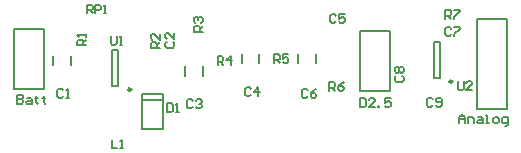
<source format=gto>
G04 Layer_Color=65535*
%FSLAX25Y25*%
%MOIN*%
G70*
G01*
G75*
%ADD26C,0.00984*%
%ADD27C,0.00787*%
%ADD28C,0.00500*%
%ADD29C,0.00591*%
D26*
X150197Y25394D02*
G03*
X150197Y25394I-492J0D01*
G01*
X43110Y22736D02*
G03*
X43110Y22736I-492J0D01*
G01*
D27*
X13957Y22756D02*
Y42756D01*
X3957D02*
X13957D01*
X3957Y22756D02*
Y42756D01*
Y22756D02*
X13957D01*
X119311Y22264D02*
X129311D01*
X119311D02*
Y42264D01*
X129311D01*
Y22264D02*
Y42264D01*
X158583Y16201D02*
X168583D01*
X158583D02*
Y46201D01*
X168583D01*
Y16201D02*
Y46201D01*
X143996Y26575D02*
X145965D01*
X143996Y38386D02*
X145965D01*
Y26575D02*
Y38386D01*
X143996Y26575D02*
Y38386D01*
X85925Y31496D02*
Y34646D01*
X80020Y31496D02*
Y34646D01*
X66929Y27362D02*
Y30512D01*
X61024Y27362D02*
Y30512D01*
X22933Y30807D02*
Y33957D01*
X17028Y30807D02*
Y33957D01*
X36909Y23819D02*
Y36024D01*
X38878Y23819D02*
Y36024D01*
X36909D02*
X38878D01*
X36909Y23819D02*
X38878D01*
X104823Y31496D02*
Y34646D01*
X98917Y31496D02*
Y34646D01*
D28*
X46795Y21154D02*
X53795D01*
X46795Y9554D02*
Y21154D01*
Y9554D02*
X53795D01*
X46795Y19354D02*
X53795D01*
Y9554D02*
Y21154D01*
D29*
X111417Y47342D02*
X110925Y47834D01*
X109941D01*
X109449Y47342D01*
Y45374D01*
X109941Y44882D01*
X110925D01*
X111417Y45374D01*
X114368Y47834D02*
X112401D01*
Y46358D01*
X113385Y46850D01*
X113876D01*
X114368Y46358D01*
Y45374D01*
X113876Y44882D01*
X112893D01*
X112401Y45374D01*
X5118Y20964D02*
Y18012D01*
X6594D01*
X7086Y18504D01*
Y18996D01*
X6594Y19488D01*
X5118D01*
X6594D01*
X7086Y19980D01*
Y20472D01*
X6594Y20964D01*
X5118D01*
X8562Y19980D02*
X9546D01*
X10038Y19488D01*
Y18012D01*
X8562D01*
X8070Y18504D01*
X8562Y18996D01*
X10038D01*
X11514Y20472D02*
Y19980D01*
X11022D01*
X12006D01*
X11514D01*
Y18504D01*
X12006Y18012D01*
X13973Y20472D02*
Y19980D01*
X13482D01*
X14466D01*
X13973D01*
Y18504D01*
X14466Y18012D01*
X119390Y19782D02*
Y16831D01*
X120866D01*
X121358Y17323D01*
Y19290D01*
X120866Y19782D01*
X119390D01*
X124309Y16831D02*
X122342D01*
X124309Y18799D01*
Y19290D01*
X123818Y19782D01*
X122834D01*
X122342Y19290D01*
X125293Y16831D02*
Y17323D01*
X125785D01*
Y16831D01*
X125293D01*
X129721Y19782D02*
X127753D01*
Y18307D01*
X128737Y18799D01*
X129229D01*
X129721Y18307D01*
Y17323D01*
X129229Y16831D01*
X128245D01*
X127753Y17323D01*
X152461Y11417D02*
Y13385D01*
X153445Y14369D01*
X154429Y13385D01*
Y11417D01*
Y12893D01*
X152461D01*
X155412Y11417D02*
Y13385D01*
X156888D01*
X157380Y12893D01*
Y11417D01*
X158856Y13385D02*
X159840D01*
X160332Y12893D01*
Y11417D01*
X158856D01*
X158364Y11909D01*
X158856Y12401D01*
X160332D01*
X161316Y11417D02*
X162300D01*
X161808D01*
Y14369D01*
X161316D01*
X164268Y11417D02*
X165252D01*
X165744Y11909D01*
Y12893D01*
X165252Y13385D01*
X164268D01*
X163776Y12893D01*
Y11909D01*
X164268Y11417D01*
X167712Y10433D02*
X168204D01*
X168696Y10925D01*
Y13385D01*
X167220D01*
X166728Y12893D01*
Y11909D01*
X167220Y11417D01*
X168696D01*
X109153Y22244D02*
Y25196D01*
X110629D01*
X111121Y24704D01*
Y23720D01*
X110629Y23228D01*
X109153D01*
X110137D02*
X111121Y22244D01*
X114073Y25196D02*
X113089Y24704D01*
X112105Y23720D01*
Y22736D01*
X112597Y22244D01*
X113581D01*
X114073Y22736D01*
Y23228D01*
X113581Y23720D01*
X112105D01*
X71949Y30906D02*
Y33857D01*
X73425D01*
X73917Y33365D01*
Y32381D01*
X73425Y31890D01*
X71949D01*
X72933D02*
X73917Y30906D01*
X76376D02*
Y33857D01*
X74901Y32381D01*
X76868D01*
X66929Y42028D02*
X63977D01*
Y43503D01*
X64469Y43995D01*
X65453D01*
X65945Y43503D01*
Y42028D01*
Y43012D02*
X66929Y43995D01*
X64469Y44979D02*
X63977Y45471D01*
Y46455D01*
X64469Y46947D01*
X64961D01*
X65453Y46455D01*
Y45963D01*
Y46455D01*
X65945Y46947D01*
X66437D01*
X66929Y46455D01*
Y45471D01*
X66437Y44979D01*
X101968Y22440D02*
X101476Y22932D01*
X100492D01*
X100000Y22440D01*
Y20472D01*
X100492Y19980D01*
X101476D01*
X101968Y20472D01*
X104920Y22932D02*
X103936Y22440D01*
X102952Y21456D01*
Y20472D01*
X103444Y19980D01*
X104428D01*
X104920Y20472D01*
Y20964D01*
X104428Y21456D01*
X102952D01*
X55020Y38582D02*
X54528Y38090D01*
Y37106D01*
X55020Y36614D01*
X56988D01*
X57480Y37106D01*
Y38090D01*
X56988Y38582D01*
X57480Y41534D02*
Y39566D01*
X55512Y41534D01*
X55020D01*
X54528Y41042D01*
Y40058D01*
X55020Y39566D01*
X151969Y25393D02*
Y22933D01*
X152461Y22441D01*
X153444D01*
X153936Y22933D01*
Y25393D01*
X156888Y22441D02*
X154920D01*
X156888Y24409D01*
Y24901D01*
X156396Y25393D01*
X155412D01*
X154920Y24901D01*
X147835Y46358D02*
Y49310D01*
X149311D01*
X149802Y48818D01*
Y47834D01*
X149311Y47342D01*
X147835D01*
X148819D02*
X149802Y46358D01*
X150786Y49310D02*
X152754D01*
Y48818D01*
X150786Y46850D01*
Y46358D01*
X90650Y31496D02*
Y34448D01*
X92125D01*
X92617Y33956D01*
Y32972D01*
X92125Y32480D01*
X90650D01*
X91633D02*
X92617Y31496D01*
X95569Y34448D02*
X93601D01*
Y32972D01*
X94585Y33464D01*
X95077D01*
X95569Y32972D01*
Y31988D01*
X95077Y31496D01*
X94093D01*
X93601Y31988D01*
X143700Y19487D02*
X143208Y19979D01*
X142224D01*
X141732Y19487D01*
Y17519D01*
X142224Y17028D01*
X143208D01*
X143700Y17519D01*
X144684D02*
X145176Y17028D01*
X146160D01*
X146652Y17519D01*
Y19487D01*
X146160Y19979D01*
X145176D01*
X144684Y19487D01*
Y18995D01*
X145176Y18504D01*
X146652D01*
X83070Y22932D02*
X82578Y23424D01*
X81594D01*
X81102Y22932D01*
Y20964D01*
X81594Y20472D01*
X82578D01*
X83070Y20964D01*
X85530Y20472D02*
Y23424D01*
X84054Y21948D01*
X86022D01*
X63680Y18897D02*
X63188Y19389D01*
X62205D01*
X61713Y18897D01*
Y16929D01*
X62205Y16437D01*
X63188D01*
X63680Y16929D01*
X64664Y18897D02*
X65156Y19389D01*
X66140D01*
X66632Y18897D01*
Y18405D01*
X66140Y17913D01*
X65648D01*
X66140D01*
X66632Y17421D01*
Y16929D01*
X66140Y16437D01*
X65156D01*
X64664Y16929D01*
X20472Y22440D02*
X19980Y22932D01*
X18996D01*
X18504Y22440D01*
Y20472D01*
X18996Y19980D01*
X19980D01*
X20472Y20472D01*
X21456Y19980D02*
X22440D01*
X21948D01*
Y22932D01*
X21456Y22440D01*
X36319Y40649D02*
Y38189D01*
X36811Y37697D01*
X37795D01*
X38287Y38189D01*
Y40649D01*
X39271Y37697D02*
X40255D01*
X39763D01*
Y40649D01*
X39271Y40157D01*
X52658Y36417D02*
X49706D01*
Y37893D01*
X50198Y38385D01*
X51182D01*
X51674Y37893D01*
Y36417D01*
Y37401D02*
X52658Y38385D01*
Y41337D02*
Y39369D01*
X50690Y41337D01*
X50198D01*
X49706Y40845D01*
Y39861D01*
X50198Y39369D01*
X149802Y43011D02*
X149311Y43503D01*
X148327D01*
X147835Y43011D01*
Y41043D01*
X148327Y40551D01*
X149311D01*
X149802Y41043D01*
X150786Y43503D02*
X152754D01*
Y43011D01*
X150786Y41043D01*
Y40551D01*
X131497Y27263D02*
X131005Y26771D01*
Y25787D01*
X131497Y25295D01*
X133465D01*
X133957Y25787D01*
Y26771D01*
X133465Y27263D01*
X131497Y28247D02*
X131005Y28739D01*
Y29723D01*
X131497Y30215D01*
X131989D01*
X132481Y29723D01*
X132973Y30215D01*
X133465D01*
X133957Y29723D01*
Y28739D01*
X133465Y28247D01*
X132973D01*
X132481Y28739D01*
X131989Y28247D01*
X131497D01*
X132481Y28739D02*
Y29723D01*
X36614Y6003D02*
Y3051D01*
X38582D01*
X39566D02*
X40550D01*
X40058D01*
Y6003D01*
X39566Y5511D01*
X55020Y18109D02*
Y15157D01*
X56496D01*
X56988Y15649D01*
Y17617D01*
X56496Y18109D01*
X55020D01*
X57972Y15157D02*
X58955D01*
X58464D01*
Y18109D01*
X57972Y17617D01*
X28150Y37402D02*
X25198D01*
Y38877D01*
X25690Y39369D01*
X26674D01*
X27166Y38877D01*
Y37402D01*
Y38385D02*
X28150Y39369D01*
Y40353D02*
Y41337D01*
Y40845D01*
X25198D01*
X25690Y40353D01*
X28445Y48228D02*
Y50983D01*
X29822D01*
X30282Y50524D01*
Y49606D01*
X29822Y49147D01*
X28445D01*
X29363D02*
X30282Y48228D01*
X31200D02*
Y50983D01*
X32577D01*
X33037Y50524D01*
Y49606D01*
X32577Y49147D01*
X31200D01*
X33955Y48228D02*
X34873D01*
X34414D01*
Y50983D01*
X33955Y50524D01*
M02*

</source>
